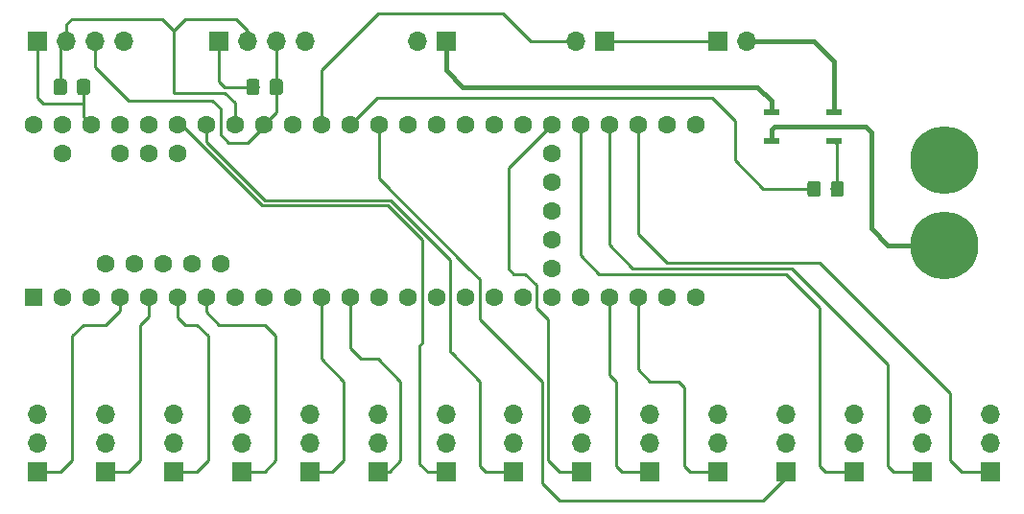
<source format=gbr>
G04 #@! TF.GenerationSoftware,KiCad,Pcbnew,(5.0.2)-1*
G04 #@! TF.CreationDate,2019-10-18T18:51:17-07:00*
G04 #@! TF.ProjectId,Arduino Project,41726475-696e-46f2-9050-726f6a656374,rev?*
G04 #@! TF.SameCoordinates,Original*
G04 #@! TF.FileFunction,Copper,L1,Top*
G04 #@! TF.FilePolarity,Positive*
%FSLAX46Y46*%
G04 Gerber Fmt 4.6, Leading zero omitted, Abs format (unit mm)*
G04 Created by KiCad (PCBNEW (5.0.2)-1) date 10/18/2019 6:51:17 PM*
%MOMM*%
%LPD*%
G01*
G04 APERTURE LIST*
G04 #@! TA.AperFunction,SMDPad,CuDef*
%ADD10R,1.450000X0.550000*%
G04 #@! TD*
G04 #@! TA.AperFunction,ComponentPad*
%ADD11R,1.700000X1.700000*%
G04 #@! TD*
G04 #@! TA.AperFunction,ComponentPad*
%ADD12O,1.700000X1.700000*%
G04 #@! TD*
G04 #@! TA.AperFunction,ComponentPad*
%ADD13C,1.600000*%
G04 #@! TD*
G04 #@! TA.AperFunction,ComponentPad*
%ADD14R,1.600000X1.600000*%
G04 #@! TD*
G04 #@! TA.AperFunction,ComponentPad*
%ADD15C,6.000000*%
G04 #@! TD*
G04 #@! TA.AperFunction,Conductor*
%ADD16C,0.100000*%
G04 #@! TD*
G04 #@! TA.AperFunction,SMDPad,CuDef*
%ADD17C,1.150000*%
G04 #@! TD*
G04 #@! TA.AperFunction,Conductor*
%ADD18C,0.250000*%
G04 #@! TD*
G04 #@! TA.AperFunction,Conductor*
%ADD19C,0.400000*%
G04 #@! TD*
G04 APERTURE END LIST*
D10*
G04 #@! TO.P,U2,4*
G04 #@! TO.N,+5V*
X153750000Y-54770000D03*
G04 #@! TO.P,U2,3*
G04 #@! TO.N,CBEnable_5v*
X153750000Y-52230000D03*
G04 #@! TO.P,U2,2*
G04 #@! TO.N,GND*
X159250000Y-52230000D03*
G04 #@! TO.P,U2,1*
G04 #@! TO.N,Net-(R3-Pad1)*
X159250000Y-54770000D03*
G04 #@! TD*
D11*
G04 #@! TO.P,3.3V_OP,1*
G04 #@! TO.N,+3V3*
X149000000Y-46000000D03*
D12*
G04 #@! TO.P,3.3V_OP,2*
G04 #@! TO.N,GND*
X151540000Y-46000000D03*
G04 #@! TD*
D11*
G04 #@! TO.P,SW_PWR,1*
G04 #@! TO.N,CBEnable_5v*
X125000000Y-46000000D03*
D12*
G04 #@! TO.P,SW_PWR,2*
G04 #@! TO.N,GND*
X122460000Y-46000000D03*
G04 #@! TD*
D11*
G04 #@! TO.P,I2C1,1*
G04 #@! TO.N,+3V3*
X105000000Y-46000000D03*
D12*
G04 #@! TO.P,I2C1,2*
G04 #@! TO.N,I2C_SCL*
X107540000Y-46000000D03*
G04 #@! TO.P,I2C1,3*
G04 #@! TO.N,I2C_SDA*
X110080000Y-46000000D03*
G04 #@! TO.P,I2C1,4*
G04 #@! TO.N,GND*
X112620000Y-46000000D03*
G04 #@! TD*
G04 #@! TO.P,I2C2,4*
G04 #@! TO.N,GND*
X96620000Y-46000000D03*
G04 #@! TO.P,I2C2,3*
G04 #@! TO.N,I2C_SDA*
X94080000Y-46000000D03*
G04 #@! TO.P,I2C2,2*
G04 #@! TO.N,I2C_SCL*
X91540000Y-46000000D03*
D11*
G04 #@! TO.P,I2C2,1*
G04 #@! TO.N,+3V3*
X89000000Y-46000000D03*
G04 #@! TD*
G04 #@! TO.P,PWM0,1*
G04 #@! TO.N,PWM_0*
X89000000Y-84000000D03*
D12*
G04 #@! TO.P,PWM0,2*
G04 #@! TO.N,Net-(PWM-0-Pad2)*
X89000000Y-81460000D03*
G04 #@! TO.P,PWM0,3*
G04 #@! TO.N,GND*
X89000000Y-78920000D03*
G04 #@! TD*
G04 #@! TO.P,PWM1,3*
G04 #@! TO.N,GND*
X95000000Y-78920000D03*
G04 #@! TO.P,PWM1,2*
G04 #@! TO.N,Net-(PWM-1-Pad2)*
X95000000Y-81460000D03*
D11*
G04 #@! TO.P,PWM1,1*
G04 #@! TO.N,PWM_1*
X95000000Y-84000000D03*
G04 #@! TD*
G04 #@! TO.P,PWM2,1*
G04 #@! TO.N,PWM_2*
X101000000Y-84000000D03*
D12*
G04 #@! TO.P,PWM2,2*
G04 #@! TO.N,Net-(PWM-2-Pad2)*
X101000000Y-81460000D03*
G04 #@! TO.P,PWM2,3*
G04 #@! TO.N,GND*
X101000000Y-78920000D03*
G04 #@! TD*
D11*
G04 #@! TO.P,PWM3,1*
G04 #@! TO.N,PWM_3*
X107000000Y-84000000D03*
D12*
G04 #@! TO.P,PWM3,2*
G04 #@! TO.N,Net-(PWM-3-Pad2)*
X107000000Y-81460000D03*
G04 #@! TO.P,PWM3,3*
G04 #@! TO.N,GND*
X107000000Y-78920000D03*
G04 #@! TD*
G04 #@! TO.P,PWM4,3*
G04 #@! TO.N,GND*
X113000000Y-78920000D03*
G04 #@! TO.P,PWM4,2*
G04 #@! TO.N,Net-(PWM-4-Pad2)*
X113000000Y-81460000D03*
D11*
G04 #@! TO.P,PWM4,1*
G04 #@! TO.N,PWM_4*
X113000000Y-84000000D03*
G04 #@! TD*
G04 #@! TO.P,PWM5,1*
G04 #@! TO.N,PWM_5*
X119000000Y-84000000D03*
D12*
G04 #@! TO.P,PWM5,2*
G04 #@! TO.N,Net-(PWM-5-Pad2)*
X119000000Y-81460000D03*
G04 #@! TO.P,PWM5,3*
G04 #@! TO.N,GND*
X119000000Y-78920000D03*
G04 #@! TD*
G04 #@! TO.P,PWM6,3*
G04 #@! TO.N,GND*
X125000000Y-78920000D03*
G04 #@! TO.P,PWM6,2*
G04 #@! TO.N,Net-(PWM-6-Pad2)*
X125000000Y-81460000D03*
D11*
G04 #@! TO.P,PWM6,1*
G04 #@! TO.N,PWM_6*
X125000000Y-84000000D03*
G04 #@! TD*
D12*
G04 #@! TO.P,PWM7,3*
G04 #@! TO.N,GND*
X131000000Y-78920000D03*
G04 #@! TO.P,PWM7,2*
G04 #@! TO.N,Net-(PWM-7-Pad2)*
X131000000Y-81460000D03*
D11*
G04 #@! TO.P,PWM7,1*
G04 #@! TO.N,PWM_7*
X131000000Y-84000000D03*
G04 #@! TD*
G04 #@! TO.P,PWM8,1*
G04 #@! TO.N,PWM_8*
X137000000Y-84000000D03*
D12*
G04 #@! TO.P,PWM8,2*
G04 #@! TO.N,Net-(PWM-8-Pad2)*
X137000000Y-81460000D03*
G04 #@! TO.P,PWM8,3*
G04 #@! TO.N,GND*
X137000000Y-78920000D03*
G04 #@! TD*
G04 #@! TO.P,PWM9,3*
G04 #@! TO.N,GND*
X143000000Y-78920000D03*
G04 #@! TO.P,PWM9,2*
G04 #@! TO.N,Net-(PWM-9-Pad2)*
X143000000Y-81460000D03*
D11*
G04 #@! TO.P,PWM9,1*
G04 #@! TO.N,PWM_9*
X143000000Y-84000000D03*
G04 #@! TD*
G04 #@! TO.P,PWM10,1*
G04 #@! TO.N,PWM_10*
X149000000Y-84000000D03*
D12*
G04 #@! TO.P,PWM10,2*
G04 #@! TO.N,Net-(PWM-10-Pad2)*
X149000000Y-81460000D03*
G04 #@! TO.P,PWM10,3*
G04 #@! TO.N,GND*
X149000000Y-78920000D03*
G04 #@! TD*
D11*
G04 #@! TO.P,PWM11,1*
G04 #@! TO.N,PWM_11*
X155000000Y-84000000D03*
D12*
G04 #@! TO.P,PWM11,2*
G04 #@! TO.N,Net-(PWM-11-Pad2)*
X155000000Y-81460000D03*
G04 #@! TO.P,PWM11,3*
G04 #@! TO.N,GND*
X155000000Y-78920000D03*
G04 #@! TD*
D11*
G04 #@! TO.P,PWM12,1*
G04 #@! TO.N,PWM_12*
X161000000Y-84000000D03*
D12*
G04 #@! TO.P,PWM12,2*
G04 #@! TO.N,Net-(PWM-12-Pad2)*
X161000000Y-81460000D03*
G04 #@! TO.P,PWM12,3*
G04 #@! TO.N,GND*
X161000000Y-78920000D03*
G04 #@! TD*
G04 #@! TO.P,PWM13,3*
G04 #@! TO.N,GND*
X167000000Y-78920000D03*
G04 #@! TO.P,PWM13,2*
G04 #@! TO.N,Net-(PWM-13-Pad2)*
X167000000Y-81460000D03*
D11*
G04 #@! TO.P,PWM13,1*
G04 #@! TO.N,PWM_13*
X167000000Y-84000000D03*
G04 #@! TD*
D12*
G04 #@! TO.P,PWM14,3*
G04 #@! TO.N,GND*
X173000000Y-78920000D03*
G04 #@! TO.P,PWM14,2*
G04 #@! TO.N,Net-(PWM-14-Pad2)*
X173000000Y-81460000D03*
D11*
G04 #@! TO.P,PWM14,1*
G04 #@! TO.N,PWM_14*
X173000000Y-84000000D03*
G04 #@! TD*
D13*
G04 #@! TO.P,U1,62*
G04 #@! TO.N,N/C*
X105125001Y-65585001D03*
G04 #@! TO.P,U1,61*
X102585001Y-65585001D03*
G04 #@! TO.P,U1,60*
X100045001Y-65585001D03*
G04 #@! TO.P,U1,59*
X97505001Y-65585001D03*
G04 #@! TO.P,U1,58*
X94965001Y-65585001D03*
G04 #@! TO.P,U1,57*
G04 #@! TO.N,Net-(U1-Pad57)*
X101315001Y-55885001D03*
G04 #@! TO.P,U1,56*
G04 #@! TO.N,Net-(U1-Pad56)*
X98775001Y-55885001D03*
G04 #@! TO.P,U1,55*
G04 #@! TO.N,Net-(U1-Pad55)*
X96235001Y-55885001D03*
G04 #@! TO.P,U1,54*
G04 #@! TO.N,Net-(U1-Pad54)*
X91155001Y-55885001D03*
G04 #@! TO.P,U1,53*
G04 #@! TO.N,+5V*
X88615001Y-53345001D03*
G04 #@! TO.P,U1,52*
G04 #@! TO.N,Net-(U1-Pad52)*
X91155001Y-53345001D03*
G04 #@! TO.P,U1,51*
G04 #@! TO.N,+3V3*
X93695001Y-53345001D03*
G04 #@! TO.P,U1,50*
G04 #@! TO.N,Net-(U1-Pad50)*
X96235001Y-53345001D03*
G04 #@! TO.P,U1,49*
G04 #@! TO.N,Net-(U1-Pad49)*
X98775001Y-53345001D03*
G04 #@! TO.P,U1,48*
G04 #@! TO.N,PWM_6*
X101315001Y-53345001D03*
G04 #@! TO.P,U1,47*
G04 #@! TO.N,PWM_7*
X103855001Y-53345001D03*
G04 #@! TO.P,U1,46*
G04 #@! TO.N,I2C_SCL*
X106395001Y-53345001D03*
G04 #@! TO.P,U1,45*
G04 #@! TO.N,I2C_SDA*
X108935001Y-53345001D03*
G04 #@! TO.P,U1,44*
G04 #@! TO.N,Net-(U1-Pad44)*
X111475001Y-53345001D03*
G04 #@! TO.P,U1,43*
G04 #@! TO.N,Saftey_Switch*
X114015001Y-53345001D03*
G04 #@! TO.P,U1,42*
G04 #@! TO.N,CBEnable*
X116555001Y-53345001D03*
G04 #@! TO.P,U1,41*
G04 #@! TO.N,PWM_11*
X119095001Y-53345001D03*
G04 #@! TO.P,U1,40*
G04 #@! TO.N,Net-(U1-Pad40)*
X121635001Y-53345001D03*
G04 #@! TO.P,U1,39*
G04 #@! TO.N,Net-(U1-Pad39)*
X124175001Y-53345001D03*
G04 #@! TO.P,U1,38*
G04 #@! TO.N,Net-(U1-Pad38)*
X126715001Y-53345001D03*
D14*
G04 #@! TO.P,U1,1*
G04 #@! TO.N,Net-(U1-Pad1)*
X88615001Y-68585001D03*
D13*
G04 #@! TO.P,U1,2*
G04 #@! TO.N,Net-(U1-Pad2)*
X91155001Y-68585001D03*
G04 #@! TO.P,U1,3*
G04 #@! TO.N,Net-(U1-Pad3)*
X93695001Y-68585001D03*
G04 #@! TO.P,U1,4*
G04 #@! TO.N,PWM_0*
X96235001Y-68585001D03*
G04 #@! TO.P,U1,5*
G04 #@! TO.N,PWM_1*
X98775001Y-68585001D03*
G04 #@! TO.P,U1,6*
G04 #@! TO.N,PWM_2*
X101315001Y-68585001D03*
G04 #@! TO.P,U1,7*
G04 #@! TO.N,PWM_3*
X103855001Y-68585001D03*
G04 #@! TO.P,U1,8*
G04 #@! TO.N,Net-(U1-Pad8)*
X106395001Y-68585001D03*
G04 #@! TO.P,U1,9*
G04 #@! TO.N,Net-(U1-Pad9)*
X108935001Y-68585001D03*
G04 #@! TO.P,U1,10*
G04 #@! TO.N,Net-(U1-Pad10)*
X111475001Y-68585001D03*
G04 #@! TO.P,U1,11*
G04 #@! TO.N,PWM_4*
X114015001Y-68585001D03*
G04 #@! TO.P,U1,12*
G04 #@! TO.N,PWM_5*
X116555001Y-68585001D03*
G04 #@! TO.P,U1,13*
G04 #@! TO.N,Net-(U1-Pad13)*
X119095001Y-68585001D03*
G04 #@! TO.P,U1,37*
G04 #@! TO.N,Net-(U1-Pad37)*
X129255001Y-53345001D03*
G04 #@! TO.P,U1,36*
G04 #@! TO.N,Net-(U1-Pad36)*
X131795001Y-53345001D03*
G04 #@! TO.P,U1,35*
G04 #@! TO.N,PWM_8*
X134335001Y-53345001D03*
G04 #@! TO.P,U1,34*
G04 #@! TO.N,PWM_12*
X136875001Y-53345001D03*
G04 #@! TO.P,U1,33*
G04 #@! TO.N,PWM_13*
X139415001Y-53345001D03*
G04 #@! TO.P,U1,32*
G04 #@! TO.N,PWM_14*
X141955001Y-53345001D03*
G04 #@! TO.P,U1,31*
G04 #@! TO.N,Net-(U1-Pad31)*
X144495001Y-53345001D03*
G04 #@! TO.P,U1,30*
G04 #@! TO.N,Net-(U1-Pad30)*
X147035001Y-53345001D03*
G04 #@! TO.P,U1,29*
G04 #@! TO.N,Net-(U1-Pad29)*
X134335001Y-55885001D03*
G04 #@! TO.P,U1,28*
G04 #@! TO.N,Net-(U1-Pad28)*
X134335001Y-58425001D03*
G04 #@! TO.P,U1,27*
G04 #@! TO.N,GND*
X134335001Y-60965001D03*
G04 #@! TO.P,U1,26*
G04 #@! TO.N,+5V*
X134335001Y-63505001D03*
G04 #@! TO.P,U1,25*
G04 #@! TO.N,Net-(U1-Pad25)*
X134335001Y-66045001D03*
G04 #@! TO.P,U1,24*
G04 #@! TO.N,Net-(U1-Pad24)*
X147035001Y-68585001D03*
G04 #@! TO.P,U1,23*
G04 #@! TO.N,Net-(U1-Pad23)*
X144495001Y-68585001D03*
G04 #@! TO.P,U1,22*
G04 #@! TO.N,PWM_10*
X141955001Y-68585001D03*
G04 #@! TO.P,U1,21*
G04 #@! TO.N,PWM_9*
X139415001Y-68585001D03*
G04 #@! TO.P,U1,14*
G04 #@! TO.N,Net-(U1-Pad14)*
X121635001Y-68585001D03*
G04 #@! TO.P,U1,15*
G04 #@! TO.N,Net-(U1-Pad15)*
X124175001Y-68585001D03*
G04 #@! TO.P,U1,16*
G04 #@! TO.N,Net-(U1-Pad16)*
X126715001Y-68585001D03*
G04 #@! TO.P,U1,20*
G04 #@! TO.N,Net-(U1-Pad20)*
X136875001Y-68585001D03*
G04 #@! TO.P,U1,19*
G04 #@! TO.N,Net-(U1-Pad19)*
X134335001Y-68585001D03*
G04 #@! TO.P,U1,18*
G04 #@! TO.N,Net-(U1-Pad18)*
X131795001Y-68585001D03*
G04 #@! TO.P,U1,17*
G04 #@! TO.N,Net-(U1-Pad17)*
X129255001Y-68585001D03*
G04 #@! TD*
D15*
G04 #@! TO.P,5V_IN,1*
G04 #@! TO.N,+5V*
X169000000Y-64000000D03*
G04 #@! TO.P,5V_IN,2*
G04 #@! TO.N,GND*
X169000000Y-56500000D03*
G04 #@! TD*
D16*
G04 #@! TO.N,I2C_SCL*
G04 #@! TO.C,R1*
G36*
X91324505Y-49301204D02*
X91348773Y-49304804D01*
X91372572Y-49310765D01*
X91395671Y-49319030D01*
X91417850Y-49329520D01*
X91438893Y-49342132D01*
X91458599Y-49356747D01*
X91476777Y-49373223D01*
X91493253Y-49391401D01*
X91507868Y-49411107D01*
X91520480Y-49432150D01*
X91530970Y-49454329D01*
X91539235Y-49477428D01*
X91545196Y-49501227D01*
X91548796Y-49525495D01*
X91550000Y-49549999D01*
X91550000Y-50450001D01*
X91548796Y-50474505D01*
X91545196Y-50498773D01*
X91539235Y-50522572D01*
X91530970Y-50545671D01*
X91520480Y-50567850D01*
X91507868Y-50588893D01*
X91493253Y-50608599D01*
X91476777Y-50626777D01*
X91458599Y-50643253D01*
X91438893Y-50657868D01*
X91417850Y-50670480D01*
X91395671Y-50680970D01*
X91372572Y-50689235D01*
X91348773Y-50695196D01*
X91324505Y-50698796D01*
X91300001Y-50700000D01*
X90649999Y-50700000D01*
X90625495Y-50698796D01*
X90601227Y-50695196D01*
X90577428Y-50689235D01*
X90554329Y-50680970D01*
X90532150Y-50670480D01*
X90511107Y-50657868D01*
X90491401Y-50643253D01*
X90473223Y-50626777D01*
X90456747Y-50608599D01*
X90442132Y-50588893D01*
X90429520Y-50567850D01*
X90419030Y-50545671D01*
X90410765Y-50522572D01*
X90404804Y-50498773D01*
X90401204Y-50474505D01*
X90400000Y-50450001D01*
X90400000Y-49549999D01*
X90401204Y-49525495D01*
X90404804Y-49501227D01*
X90410765Y-49477428D01*
X90419030Y-49454329D01*
X90429520Y-49432150D01*
X90442132Y-49411107D01*
X90456747Y-49391401D01*
X90473223Y-49373223D01*
X90491401Y-49356747D01*
X90511107Y-49342132D01*
X90532150Y-49329520D01*
X90554329Y-49319030D01*
X90577428Y-49310765D01*
X90601227Y-49304804D01*
X90625495Y-49301204D01*
X90649999Y-49300000D01*
X91300001Y-49300000D01*
X91324505Y-49301204D01*
X91324505Y-49301204D01*
G37*
D17*
G04 #@! TD*
G04 #@! TO.P,R1,2*
G04 #@! TO.N,I2C_SCL*
X90975000Y-50000000D03*
D16*
G04 #@! TO.N,+3V3*
G04 #@! TO.C,R1*
G36*
X93374505Y-49301204D02*
X93398773Y-49304804D01*
X93422572Y-49310765D01*
X93445671Y-49319030D01*
X93467850Y-49329520D01*
X93488893Y-49342132D01*
X93508599Y-49356747D01*
X93526777Y-49373223D01*
X93543253Y-49391401D01*
X93557868Y-49411107D01*
X93570480Y-49432150D01*
X93580970Y-49454329D01*
X93589235Y-49477428D01*
X93595196Y-49501227D01*
X93598796Y-49525495D01*
X93600000Y-49549999D01*
X93600000Y-50450001D01*
X93598796Y-50474505D01*
X93595196Y-50498773D01*
X93589235Y-50522572D01*
X93580970Y-50545671D01*
X93570480Y-50567850D01*
X93557868Y-50588893D01*
X93543253Y-50608599D01*
X93526777Y-50626777D01*
X93508599Y-50643253D01*
X93488893Y-50657868D01*
X93467850Y-50670480D01*
X93445671Y-50680970D01*
X93422572Y-50689235D01*
X93398773Y-50695196D01*
X93374505Y-50698796D01*
X93350001Y-50700000D01*
X92699999Y-50700000D01*
X92675495Y-50698796D01*
X92651227Y-50695196D01*
X92627428Y-50689235D01*
X92604329Y-50680970D01*
X92582150Y-50670480D01*
X92561107Y-50657868D01*
X92541401Y-50643253D01*
X92523223Y-50626777D01*
X92506747Y-50608599D01*
X92492132Y-50588893D01*
X92479520Y-50567850D01*
X92469030Y-50545671D01*
X92460765Y-50522572D01*
X92454804Y-50498773D01*
X92451204Y-50474505D01*
X92450000Y-50450001D01*
X92450000Y-49549999D01*
X92451204Y-49525495D01*
X92454804Y-49501227D01*
X92460765Y-49477428D01*
X92469030Y-49454329D01*
X92479520Y-49432150D01*
X92492132Y-49411107D01*
X92506747Y-49391401D01*
X92523223Y-49373223D01*
X92541401Y-49356747D01*
X92561107Y-49342132D01*
X92582150Y-49329520D01*
X92604329Y-49319030D01*
X92627428Y-49310765D01*
X92651227Y-49304804D01*
X92675495Y-49301204D01*
X92699999Y-49300000D01*
X93350001Y-49300000D01*
X93374505Y-49301204D01*
X93374505Y-49301204D01*
G37*
D17*
G04 #@! TD*
G04 #@! TO.P,R1,1*
G04 #@! TO.N,+3V3*
X93025000Y-50000000D03*
D16*
G04 #@! TO.N,+3V3*
G04 #@! TO.C,R2*
G36*
X108324505Y-49301204D02*
X108348773Y-49304804D01*
X108372572Y-49310765D01*
X108395671Y-49319030D01*
X108417850Y-49329520D01*
X108438893Y-49342132D01*
X108458599Y-49356747D01*
X108476777Y-49373223D01*
X108493253Y-49391401D01*
X108507868Y-49411107D01*
X108520480Y-49432150D01*
X108530970Y-49454329D01*
X108539235Y-49477428D01*
X108545196Y-49501227D01*
X108548796Y-49525495D01*
X108550000Y-49549999D01*
X108550000Y-50450001D01*
X108548796Y-50474505D01*
X108545196Y-50498773D01*
X108539235Y-50522572D01*
X108530970Y-50545671D01*
X108520480Y-50567850D01*
X108507868Y-50588893D01*
X108493253Y-50608599D01*
X108476777Y-50626777D01*
X108458599Y-50643253D01*
X108438893Y-50657868D01*
X108417850Y-50670480D01*
X108395671Y-50680970D01*
X108372572Y-50689235D01*
X108348773Y-50695196D01*
X108324505Y-50698796D01*
X108300001Y-50700000D01*
X107649999Y-50700000D01*
X107625495Y-50698796D01*
X107601227Y-50695196D01*
X107577428Y-50689235D01*
X107554329Y-50680970D01*
X107532150Y-50670480D01*
X107511107Y-50657868D01*
X107491401Y-50643253D01*
X107473223Y-50626777D01*
X107456747Y-50608599D01*
X107442132Y-50588893D01*
X107429520Y-50567850D01*
X107419030Y-50545671D01*
X107410765Y-50522572D01*
X107404804Y-50498773D01*
X107401204Y-50474505D01*
X107400000Y-50450001D01*
X107400000Y-49549999D01*
X107401204Y-49525495D01*
X107404804Y-49501227D01*
X107410765Y-49477428D01*
X107419030Y-49454329D01*
X107429520Y-49432150D01*
X107442132Y-49411107D01*
X107456747Y-49391401D01*
X107473223Y-49373223D01*
X107491401Y-49356747D01*
X107511107Y-49342132D01*
X107532150Y-49329520D01*
X107554329Y-49319030D01*
X107577428Y-49310765D01*
X107601227Y-49304804D01*
X107625495Y-49301204D01*
X107649999Y-49300000D01*
X108300001Y-49300000D01*
X108324505Y-49301204D01*
X108324505Y-49301204D01*
G37*
D17*
G04 #@! TD*
G04 #@! TO.P,R2,1*
G04 #@! TO.N,+3V3*
X107975000Y-50000000D03*
D16*
G04 #@! TO.N,I2C_SDA*
G04 #@! TO.C,R2*
G36*
X110374505Y-49301204D02*
X110398773Y-49304804D01*
X110422572Y-49310765D01*
X110445671Y-49319030D01*
X110467850Y-49329520D01*
X110488893Y-49342132D01*
X110508599Y-49356747D01*
X110526777Y-49373223D01*
X110543253Y-49391401D01*
X110557868Y-49411107D01*
X110570480Y-49432150D01*
X110580970Y-49454329D01*
X110589235Y-49477428D01*
X110595196Y-49501227D01*
X110598796Y-49525495D01*
X110600000Y-49549999D01*
X110600000Y-50450001D01*
X110598796Y-50474505D01*
X110595196Y-50498773D01*
X110589235Y-50522572D01*
X110580970Y-50545671D01*
X110570480Y-50567850D01*
X110557868Y-50588893D01*
X110543253Y-50608599D01*
X110526777Y-50626777D01*
X110508599Y-50643253D01*
X110488893Y-50657868D01*
X110467850Y-50670480D01*
X110445671Y-50680970D01*
X110422572Y-50689235D01*
X110398773Y-50695196D01*
X110374505Y-50698796D01*
X110350001Y-50700000D01*
X109699999Y-50700000D01*
X109675495Y-50698796D01*
X109651227Y-50695196D01*
X109627428Y-50689235D01*
X109604329Y-50680970D01*
X109582150Y-50670480D01*
X109561107Y-50657868D01*
X109541401Y-50643253D01*
X109523223Y-50626777D01*
X109506747Y-50608599D01*
X109492132Y-50588893D01*
X109479520Y-50567850D01*
X109469030Y-50545671D01*
X109460765Y-50522572D01*
X109454804Y-50498773D01*
X109451204Y-50474505D01*
X109450000Y-50450001D01*
X109450000Y-49549999D01*
X109451204Y-49525495D01*
X109454804Y-49501227D01*
X109460765Y-49477428D01*
X109469030Y-49454329D01*
X109479520Y-49432150D01*
X109492132Y-49411107D01*
X109506747Y-49391401D01*
X109523223Y-49373223D01*
X109541401Y-49356747D01*
X109561107Y-49342132D01*
X109582150Y-49329520D01*
X109604329Y-49319030D01*
X109627428Y-49310765D01*
X109651227Y-49304804D01*
X109675495Y-49301204D01*
X109699999Y-49300000D01*
X110350001Y-49300000D01*
X110374505Y-49301204D01*
X110374505Y-49301204D01*
G37*
D17*
G04 #@! TD*
G04 #@! TO.P,R2,2*
G04 #@! TO.N,I2C_SDA*
X110025000Y-50000000D03*
D16*
G04 #@! TO.N,Net-(R3-Pad1)*
G04 #@! TO.C,R3*
G36*
X159874505Y-58301204D02*
X159898773Y-58304804D01*
X159922572Y-58310765D01*
X159945671Y-58319030D01*
X159967850Y-58329520D01*
X159988893Y-58342132D01*
X160008599Y-58356747D01*
X160026777Y-58373223D01*
X160043253Y-58391401D01*
X160057868Y-58411107D01*
X160070480Y-58432150D01*
X160080970Y-58454329D01*
X160089235Y-58477428D01*
X160095196Y-58501227D01*
X160098796Y-58525495D01*
X160100000Y-58549999D01*
X160100000Y-59450001D01*
X160098796Y-59474505D01*
X160095196Y-59498773D01*
X160089235Y-59522572D01*
X160080970Y-59545671D01*
X160070480Y-59567850D01*
X160057868Y-59588893D01*
X160043253Y-59608599D01*
X160026777Y-59626777D01*
X160008599Y-59643253D01*
X159988893Y-59657868D01*
X159967850Y-59670480D01*
X159945671Y-59680970D01*
X159922572Y-59689235D01*
X159898773Y-59695196D01*
X159874505Y-59698796D01*
X159850001Y-59700000D01*
X159199999Y-59700000D01*
X159175495Y-59698796D01*
X159151227Y-59695196D01*
X159127428Y-59689235D01*
X159104329Y-59680970D01*
X159082150Y-59670480D01*
X159061107Y-59657868D01*
X159041401Y-59643253D01*
X159023223Y-59626777D01*
X159006747Y-59608599D01*
X158992132Y-59588893D01*
X158979520Y-59567850D01*
X158969030Y-59545671D01*
X158960765Y-59522572D01*
X158954804Y-59498773D01*
X158951204Y-59474505D01*
X158950000Y-59450001D01*
X158950000Y-58549999D01*
X158951204Y-58525495D01*
X158954804Y-58501227D01*
X158960765Y-58477428D01*
X158969030Y-58454329D01*
X158979520Y-58432150D01*
X158992132Y-58411107D01*
X159006747Y-58391401D01*
X159023223Y-58373223D01*
X159041401Y-58356747D01*
X159061107Y-58342132D01*
X159082150Y-58329520D01*
X159104329Y-58319030D01*
X159127428Y-58310765D01*
X159151227Y-58304804D01*
X159175495Y-58301204D01*
X159199999Y-58300000D01*
X159850001Y-58300000D01*
X159874505Y-58301204D01*
X159874505Y-58301204D01*
G37*
D17*
G04 #@! TD*
G04 #@! TO.P,R3,1*
G04 #@! TO.N,Net-(R3-Pad1)*
X159525000Y-59000000D03*
D16*
G04 #@! TO.N,CBEnable*
G04 #@! TO.C,R3*
G36*
X157824505Y-58301204D02*
X157848773Y-58304804D01*
X157872572Y-58310765D01*
X157895671Y-58319030D01*
X157917850Y-58329520D01*
X157938893Y-58342132D01*
X157958599Y-58356747D01*
X157976777Y-58373223D01*
X157993253Y-58391401D01*
X158007868Y-58411107D01*
X158020480Y-58432150D01*
X158030970Y-58454329D01*
X158039235Y-58477428D01*
X158045196Y-58501227D01*
X158048796Y-58525495D01*
X158050000Y-58549999D01*
X158050000Y-59450001D01*
X158048796Y-59474505D01*
X158045196Y-59498773D01*
X158039235Y-59522572D01*
X158030970Y-59545671D01*
X158020480Y-59567850D01*
X158007868Y-59588893D01*
X157993253Y-59608599D01*
X157976777Y-59626777D01*
X157958599Y-59643253D01*
X157938893Y-59657868D01*
X157917850Y-59670480D01*
X157895671Y-59680970D01*
X157872572Y-59689235D01*
X157848773Y-59695196D01*
X157824505Y-59698796D01*
X157800001Y-59700000D01*
X157149999Y-59700000D01*
X157125495Y-59698796D01*
X157101227Y-59695196D01*
X157077428Y-59689235D01*
X157054329Y-59680970D01*
X157032150Y-59670480D01*
X157011107Y-59657868D01*
X156991401Y-59643253D01*
X156973223Y-59626777D01*
X156956747Y-59608599D01*
X156942132Y-59588893D01*
X156929520Y-59567850D01*
X156919030Y-59545671D01*
X156910765Y-59522572D01*
X156904804Y-59498773D01*
X156901204Y-59474505D01*
X156900000Y-59450001D01*
X156900000Y-58549999D01*
X156901204Y-58525495D01*
X156904804Y-58501227D01*
X156910765Y-58477428D01*
X156919030Y-58454329D01*
X156929520Y-58432150D01*
X156942132Y-58411107D01*
X156956747Y-58391401D01*
X156973223Y-58373223D01*
X156991401Y-58356747D01*
X157011107Y-58342132D01*
X157032150Y-58329520D01*
X157054329Y-58319030D01*
X157077428Y-58310765D01*
X157101227Y-58304804D01*
X157125495Y-58301204D01*
X157149999Y-58300000D01*
X157800001Y-58300000D01*
X157824505Y-58301204D01*
X157824505Y-58301204D01*
G37*
D17*
G04 #@! TD*
G04 #@! TO.P,R3,2*
G04 #@! TO.N,CBEnable*
X157475000Y-59000000D03*
D11*
G04 #@! TO.P,SW,1*
G04 #@! TO.N,+3V3*
X139000000Y-46000000D03*
D12*
G04 #@! TO.P,SW,2*
G04 #@! TO.N,Saftey_Switch*
X136460000Y-46000000D03*
G04 #@! TD*
D18*
G04 #@! TO.N,+3V3*
X107975000Y-50000000D02*
X105500000Y-50000000D01*
X105000000Y-49500000D02*
X105000000Y-46000000D01*
X105500000Y-50000000D02*
X105000000Y-49500000D01*
X93025000Y-50000000D02*
X93025000Y-51500000D01*
X93025000Y-51500000D02*
X93025000Y-52675000D01*
X93025000Y-52675000D02*
X93695001Y-53345001D01*
X93025000Y-51500000D02*
X89500000Y-51500000D01*
X89000000Y-51000000D02*
X89000000Y-46000000D01*
X89500000Y-51500000D02*
X89000000Y-51000000D01*
X139000000Y-46000000D02*
X149000000Y-46000000D01*
D19*
G04 #@! TO.N,GND*
X159250000Y-52230000D02*
X159250000Y-47750000D01*
X157500000Y-46000000D02*
X151540000Y-46000000D01*
X159250000Y-47750000D02*
X157500000Y-46000000D01*
D18*
G04 #@! TO.N,CBEnable*
X157475000Y-59000000D02*
X153000000Y-59000000D01*
X118900002Y-51000000D02*
X116555001Y-53345001D01*
X148500000Y-51000000D02*
X118900002Y-51000000D01*
X150500000Y-53000000D02*
X148500000Y-51000000D01*
X150500000Y-56500000D02*
X150500000Y-53000000D01*
X153000000Y-59000000D02*
X150500000Y-56500000D01*
G04 #@! TO.N,I2C_SCL*
X107540000Y-46000000D02*
X107540000Y-45040000D01*
X106395001Y-51395001D02*
X106395001Y-53345001D01*
X105500000Y-50500000D02*
X106395001Y-51395001D01*
X101000000Y-50500000D02*
X105500000Y-50500000D01*
X101000000Y-45000000D02*
X101000000Y-50500000D01*
X102000000Y-44000000D02*
X101000000Y-45000000D01*
X106500000Y-44000000D02*
X102000000Y-44000000D01*
X107540000Y-45040000D02*
X106500000Y-44000000D01*
X91540000Y-46000000D02*
X91540000Y-44460000D01*
X100000000Y-44000000D02*
X101000000Y-45000000D01*
X92000000Y-44000000D02*
X100000000Y-44000000D01*
X91540000Y-44460000D02*
X92000000Y-44000000D01*
X90975000Y-50000000D02*
X90975000Y-46565000D01*
X90975000Y-46565000D02*
X91540000Y-46000000D01*
G04 #@! TO.N,I2C_SDA*
X110080000Y-46000000D02*
X110080000Y-49945000D01*
X110080000Y-49945000D02*
X110025000Y-50000000D01*
X110025000Y-50000000D02*
X110025000Y-51500000D01*
X110025000Y-51500000D02*
X110025000Y-52255002D01*
X110025000Y-52255002D02*
X108935001Y-53345001D01*
X108935001Y-53345001D02*
X108935001Y-53464999D01*
X94080000Y-48280000D02*
X94080000Y-46000000D01*
X97000000Y-51200000D02*
X94080000Y-48280000D01*
X104400000Y-51200000D02*
X97000000Y-51200000D01*
X105100000Y-51900000D02*
X104400000Y-51200000D01*
X105100000Y-54200000D02*
X105100000Y-51900000D01*
X105800000Y-54900000D02*
X105100000Y-54200000D01*
X107500000Y-54900000D02*
X105800000Y-54900000D01*
X108935001Y-53464999D02*
X107500000Y-54900000D01*
G04 #@! TO.N,Saftey_Switch*
X136460000Y-46000000D02*
X132500000Y-46000000D01*
X114015001Y-48484999D02*
X114015001Y-53345001D01*
X119000000Y-43500000D02*
X114015001Y-48484999D01*
X130000000Y-43500000D02*
X119000000Y-43500000D01*
X132500000Y-46000000D02*
X130000000Y-43500000D01*
G04 #@! TO.N,PWM_0*
X96235001Y-68585001D02*
X96235001Y-69764999D01*
X91000000Y-84000000D02*
X89000000Y-84000000D01*
X92000000Y-83000000D02*
X91000000Y-84000000D01*
X92000000Y-72000000D02*
X92000000Y-83000000D01*
X93000000Y-71000000D02*
X92000000Y-72000000D01*
X95000000Y-71000000D02*
X93000000Y-71000000D01*
X96235001Y-69764999D02*
X95000000Y-71000000D01*
G04 #@! TO.N,PWM_1*
X98775001Y-68585001D02*
X98775001Y-70224999D01*
X97000000Y-84000000D02*
X95000000Y-84000000D01*
X98000000Y-83000000D02*
X97000000Y-84000000D01*
X98000000Y-82000000D02*
X98000000Y-83000000D01*
X98000000Y-71000000D02*
X98000000Y-82000000D01*
X98775001Y-70224999D02*
X98000000Y-71000000D01*
G04 #@! TO.N,PWM_2*
X101315001Y-68585001D02*
X101315001Y-70315001D01*
X103000000Y-84000000D02*
X101000000Y-84000000D01*
X104000000Y-83000000D02*
X103000000Y-84000000D01*
X104000000Y-72000000D02*
X104000000Y-83000000D01*
X103000000Y-71000000D02*
X104000000Y-72000000D01*
X102000000Y-71000000D02*
X103000000Y-71000000D01*
X101315001Y-70315001D02*
X102000000Y-71000000D01*
G04 #@! TO.N,PWM_3*
X103855001Y-68585001D02*
X103855001Y-69855001D01*
X109000000Y-84000000D02*
X107000000Y-84000000D01*
X110000000Y-83000000D02*
X109000000Y-84000000D01*
X110000000Y-72000000D02*
X110000000Y-83000000D01*
X109000000Y-71000000D02*
X110000000Y-72000000D01*
X105000000Y-71000000D02*
X109000000Y-71000000D01*
X103855001Y-69855001D02*
X105000000Y-71000000D01*
G04 #@! TO.N,PWM_4*
X114015001Y-68585001D02*
X114015001Y-74015001D01*
X115000000Y-84000000D02*
X113000000Y-84000000D01*
X116000000Y-83000000D02*
X115000000Y-84000000D01*
X116000000Y-76000000D02*
X116000000Y-83000000D01*
X114015001Y-74015001D02*
X116000000Y-76000000D01*
G04 #@! TO.N,PWM_5*
X119000000Y-84000000D02*
X120000000Y-84000000D01*
X116555001Y-73055001D02*
X116555001Y-68585001D01*
X117500000Y-74000000D02*
X116555001Y-73055001D01*
X119000000Y-74000000D02*
X117500000Y-74000000D01*
X121000000Y-76000000D02*
X119000000Y-74000000D01*
X121000000Y-83000000D02*
X121000000Y-76000000D01*
X120000000Y-84000000D02*
X121000000Y-83000000D01*
G04 #@! TO.N,PWM_6*
X101315001Y-53345001D02*
X101345001Y-53345001D01*
X125000000Y-84000000D02*
X123400000Y-84000000D01*
X101645001Y-53345001D02*
X101315001Y-53345001D01*
X108750002Y-60450002D02*
X101645001Y-53345001D01*
X119850002Y-60450002D02*
X108750002Y-60450002D01*
X122900000Y-63500000D02*
X119850002Y-60450002D01*
X122900000Y-72600000D02*
X122900000Y-63500000D01*
X122700000Y-72800000D02*
X122900000Y-72600000D01*
X122700000Y-83300000D02*
X122700000Y-72800000D01*
X123400000Y-84000000D02*
X122700000Y-83300000D01*
G04 #@! TO.N,PWM_7*
X103855001Y-53345001D02*
X103855001Y-53355001D01*
X131000000Y-84000000D02*
X128500000Y-84000000D01*
X125400000Y-73400000D02*
X125500000Y-73500000D01*
X125400000Y-65300000D02*
X125400000Y-73400000D01*
X120100000Y-60000000D02*
X125400000Y-65300000D01*
X120000000Y-60000000D02*
X120100000Y-60000000D01*
X128000000Y-83500000D02*
X128500000Y-84000000D01*
X128000000Y-76000000D02*
X128000000Y-83500000D01*
X125500000Y-73500000D02*
X128000000Y-76000000D01*
X110500000Y-60000000D02*
X120000000Y-60000000D01*
X103855001Y-54855001D02*
X103855001Y-53345001D01*
X103855001Y-54855001D02*
X109000000Y-60000000D01*
X109000000Y-60000000D02*
X110500000Y-60000000D01*
G04 #@! TO.N,PWM_8*
X137000000Y-84000000D02*
X135000000Y-84000000D01*
X130500000Y-57180002D02*
X134335001Y-53345001D01*
X130500000Y-66000000D02*
X130500000Y-57180002D01*
X131000000Y-66500000D02*
X130500000Y-66000000D01*
X132000000Y-66500000D02*
X131000000Y-66500000D01*
X133000000Y-67500000D02*
X132000000Y-66500000D01*
X133000000Y-69500000D02*
X133000000Y-67500000D01*
X134000000Y-70500000D02*
X133000000Y-69500000D01*
X134000000Y-83000000D02*
X134000000Y-70500000D01*
X135000000Y-84000000D02*
X134000000Y-83000000D01*
G04 #@! TO.N,PWM_9*
X139415001Y-68585001D02*
X139415001Y-75415001D01*
X140500000Y-84000000D02*
X143000000Y-84000000D01*
X140000000Y-83500000D02*
X140500000Y-84000000D01*
X140000000Y-76000000D02*
X140000000Y-83500000D01*
X139415001Y-75415001D02*
X140000000Y-76000000D01*
G04 #@! TO.N,PWM_10*
X141955001Y-68585001D02*
X141955001Y-74955001D01*
X146500000Y-84000000D02*
X149000000Y-84000000D01*
X146000000Y-83500000D02*
X146500000Y-84000000D01*
X146000000Y-76500000D02*
X146000000Y-83500000D01*
X145500000Y-76000000D02*
X146000000Y-76500000D01*
X143000000Y-76000000D02*
X145500000Y-76000000D01*
X141955001Y-74955001D02*
X143000000Y-76000000D01*
G04 #@! TO.N,PWM_11*
X119095001Y-53345001D02*
X119095001Y-58095001D01*
X155000000Y-84500000D02*
X155000000Y-84000000D01*
X153000000Y-86500000D02*
X155000000Y-84500000D01*
X135000000Y-86500000D02*
X153000000Y-86500000D01*
X133500000Y-85000000D02*
X135000000Y-86500000D01*
X133500000Y-76000000D02*
X133500000Y-85000000D01*
X128000000Y-70500000D02*
X133500000Y-76000000D01*
X128000000Y-69000000D02*
X128000000Y-70500000D01*
X128000000Y-67000000D02*
X128000000Y-69000000D01*
X127000000Y-66000000D02*
X128000000Y-67000000D01*
X119095001Y-58095001D02*
X127000000Y-66000000D01*
G04 #@! TO.N,PWM_12*
X136875001Y-53345001D02*
X136875001Y-64875001D01*
X158500000Y-84000000D02*
X161000000Y-84000000D01*
X158000000Y-83500000D02*
X158500000Y-84000000D01*
X158000000Y-69500000D02*
X158000000Y-83500000D01*
X155000000Y-66500000D02*
X158000000Y-69500000D01*
X138500000Y-66500000D02*
X155000000Y-66500000D01*
X136875001Y-64875001D02*
X138500000Y-66500000D01*
G04 #@! TO.N,PWM_13*
X139415001Y-53345001D02*
X139415001Y-63915001D01*
X164500000Y-84000000D02*
X167000000Y-84000000D01*
X164000000Y-83500000D02*
X164500000Y-84000000D01*
X164000000Y-74500000D02*
X164000000Y-83500000D01*
X155500000Y-66000000D02*
X164000000Y-74500000D01*
X141500000Y-66000000D02*
X155500000Y-66000000D01*
X139415001Y-63915001D02*
X141500000Y-66000000D01*
G04 #@! TO.N,PWM_14*
X173000000Y-84000000D02*
X170500000Y-84000000D01*
X141955001Y-62955001D02*
X141955001Y-53345001D01*
X144500000Y-65500000D02*
X141955001Y-62955001D01*
X158000000Y-65500000D02*
X144500000Y-65500000D01*
X169500000Y-77000000D02*
X158000000Y-65500000D01*
X169500000Y-83000000D02*
X169500000Y-77000000D01*
X170500000Y-84000000D02*
X169500000Y-83000000D01*
D19*
G04 #@! TO.N,+5V*
X153750000Y-54770000D02*
X153750000Y-53750000D01*
X164000000Y-64000000D02*
X169000000Y-64000000D01*
X162500000Y-62500000D02*
X164000000Y-64000000D01*
X162500000Y-54000000D02*
X162500000Y-62500000D01*
X162000000Y-53500000D02*
X162500000Y-54000000D01*
X154000000Y-53500000D02*
X162000000Y-53500000D01*
X153750000Y-53750000D02*
X154000000Y-53500000D01*
G04 #@! TO.N,CBEnable_5v*
X153750000Y-52230000D02*
X153750000Y-51250000D01*
X125000000Y-48500000D02*
X125000000Y-46000000D01*
X126500000Y-50000000D02*
X125000000Y-48500000D01*
X152500000Y-50000000D02*
X126500000Y-50000000D01*
X153750000Y-51250000D02*
X152500000Y-50000000D01*
D18*
G04 #@! TO.N,Net-(R3-Pad1)*
X159525000Y-59000000D02*
X159525000Y-55045000D01*
X159525000Y-55045000D02*
X159250000Y-54770000D01*
G04 #@! TD*
M02*

</source>
